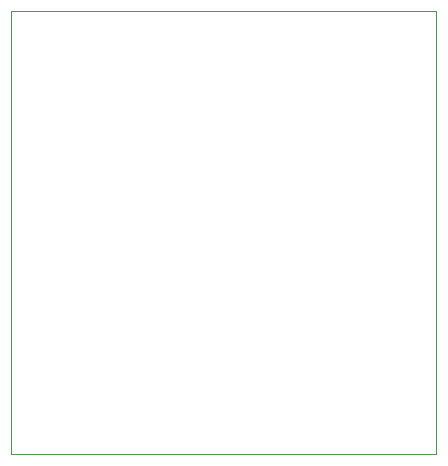
<source format=gbr>
%TF.GenerationSoftware,KiCad,Pcbnew,7.0.6*%
%TF.CreationDate,2023-08-01T22:32:42+10:00*%
%TF.ProjectId,vic20 rom,76696332-3020-4726-9f6d-2e6b69636164,rev?*%
%TF.SameCoordinates,Original*%
%TF.FileFunction,Profile,NP*%
%FSLAX46Y46*%
G04 Gerber Fmt 4.6, Leading zero omitted, Abs format (unit mm)*
G04 Created by KiCad (PCBNEW 7.0.6) date 2023-08-01 22:32:42*
%MOMM*%
%LPD*%
G01*
G04 APERTURE LIST*
%TA.AperFunction,Profile*%
%ADD10C,0.100000*%
%TD*%
G04 APERTURE END LIST*
D10*
X77500000Y-43500000D02*
X113500000Y-43500000D01*
X113500000Y-81000000D01*
X77500000Y-81000000D01*
X77500000Y-43500000D01*
M02*

</source>
